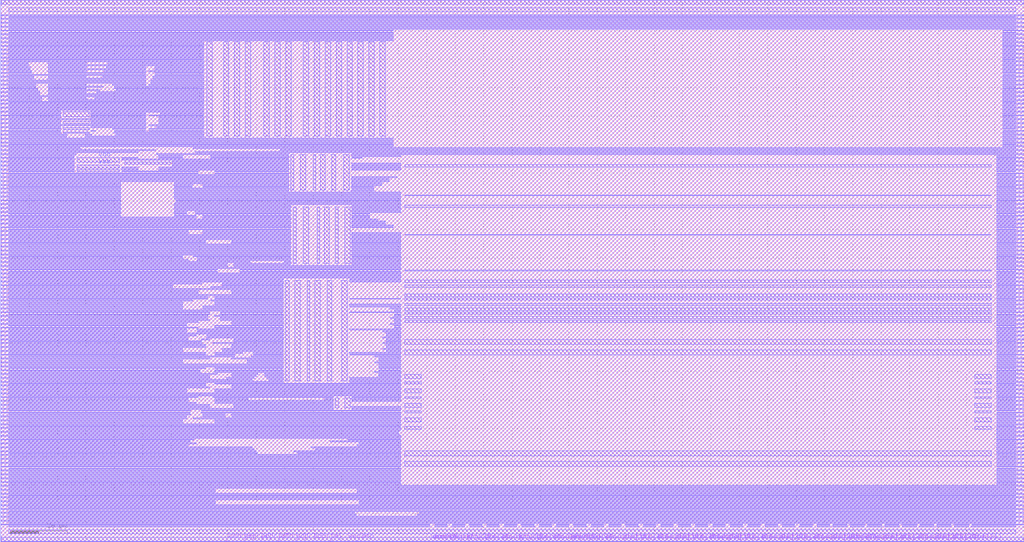
<source format=lef>
VERSION 5.8 ; 
BUSBITCHARS "[]" ; 
DIVIDERCHAR "/" ; 
MACRO sram22_64x32m4w8
    CLASS BLOCK  ;
    FOREIGN sram22_64x32m4w8   ;
    SIZE 360.320 BY 191.000 ;
    SYMMETRY X Y R90 ;
    PIN dout[0] 
        DIRECTION OUTPUT ; 
        ANTENNADIFFAREA 0.448000 LAYER met2 ;
        ANTENNAPARTIALMETALAREA 0.950300 LAYER met1 ;
        ANTENNAPARTIALMETALAREA 7.107200 LAYER met2 ;
        PORT 
            LAYER met1 ;
                RECT 152.070 0.000 152.210 0.140 ; 
        END 
    END dout[0] 
    PIN dout[1] 
        DIRECTION OUTPUT ; 
        ANTENNADIFFAREA 0.448000 LAYER met2 ;
        ANTENNAPARTIALMETALAREA 0.950300 LAYER met1 ;
        ANTENNAPARTIALMETALAREA 7.107200 LAYER met2 ;
        PORT 
            LAYER met1 ;
                RECT 158.170 0.000 158.310 0.140 ; 
        END 
    END dout[1] 
    PIN dout[2] 
        DIRECTION OUTPUT ; 
        ANTENNADIFFAREA 0.448000 LAYER met2 ;
        ANTENNAPARTIALMETALAREA 0.950300 LAYER met1 ;
        ANTENNAPARTIALMETALAREA 7.107200 LAYER met2 ;
        PORT 
            LAYER met1 ;
                RECT 164.270 0.000 164.410 0.140 ; 
        END 
    END dout[2] 
    PIN dout[3] 
        DIRECTION OUTPUT ; 
        ANTENNADIFFAREA 0.448000 LAYER met2 ;
        ANTENNAPARTIALMETALAREA 0.950300 LAYER met1 ;
        ANTENNAPARTIALMETALAREA 7.107200 LAYER met2 ;
        PORT 
            LAYER met1 ;
                RECT 170.370 0.000 170.510 0.140 ; 
        END 
    END dout[3] 
    PIN dout[4] 
        DIRECTION OUTPUT ; 
        ANTENNADIFFAREA 0.448000 LAYER met2 ;
        ANTENNAPARTIALMETALAREA 0.950300 LAYER met1 ;
        ANTENNAPARTIALMETALAREA 7.107200 LAYER met2 ;
        PORT 
            LAYER met1 ;
                RECT 176.470 0.000 176.610 0.140 ; 
        END 
    END dout[4] 
    PIN dout[5] 
        DIRECTION OUTPUT ; 
        ANTENNADIFFAREA 0.448000 LAYER met2 ;
        ANTENNAPARTIALMETALAREA 0.950300 LAYER met1 ;
        ANTENNAPARTIALMETALAREA 7.107200 LAYER met2 ;
        PORT 
            LAYER met1 ;
                RECT 182.570 0.000 182.710 0.140 ; 
        END 
    END dout[5] 
    PIN dout[6] 
        DIRECTION OUTPUT ; 
        ANTENNADIFFAREA 0.448000 LAYER met2 ;
        ANTENNAPARTIALMETALAREA 0.950300 LAYER met1 ;
        ANTENNAPARTIALMETALAREA 7.107200 LAYER met2 ;
        PORT 
            LAYER met1 ;
                RECT 188.670 0.000 188.810 0.140 ; 
        END 
    END dout[6] 
    PIN dout[7] 
        DIRECTION OUTPUT ; 
        ANTENNADIFFAREA 0.448000 LAYER met2 ;
        ANTENNAPARTIALMETALAREA 0.950300 LAYER met1 ;
        ANTENNAPARTIALMETALAREA 7.107200 LAYER met2 ;
        PORT 
            LAYER met1 ;
                RECT 194.770 0.000 194.910 0.140 ; 
        END 
    END dout[7] 
    PIN dout[8] 
        DIRECTION OUTPUT ; 
        ANTENNADIFFAREA 0.448000 LAYER met2 ;
        ANTENNAPARTIALMETALAREA 0.950300 LAYER met1 ;
        ANTENNAPARTIALMETALAREA 7.107200 LAYER met2 ;
        PORT 
            LAYER met1 ;
                RECT 200.870 0.000 201.010 0.140 ; 
        END 
    END dout[8] 
    PIN dout[9] 
        DIRECTION OUTPUT ; 
        ANTENNADIFFAREA 0.448000 LAYER met2 ;
        ANTENNAPARTIALMETALAREA 0.950300 LAYER met1 ;
        ANTENNAPARTIALMETALAREA 7.107200 LAYER met2 ;
        PORT 
            LAYER met1 ;
                RECT 206.970 0.000 207.110 0.140 ; 
        END 
    END dout[9] 
    PIN dout[10] 
        DIRECTION OUTPUT ; 
        ANTENNADIFFAREA 0.448000 LAYER met2 ;
        ANTENNAPARTIALMETALAREA 0.950300 LAYER met1 ;
        ANTENNAPARTIALMETALAREA 7.107200 LAYER met2 ;
        PORT 
            LAYER met1 ;
                RECT 213.070 0.000 213.210 0.140 ; 
        END 
    END dout[10] 
    PIN dout[11] 
        DIRECTION OUTPUT ; 
        ANTENNADIFFAREA 0.448000 LAYER met2 ;
        ANTENNAPARTIALMETALAREA 0.950300 LAYER met1 ;
        ANTENNAPARTIALMETALAREA 7.107200 LAYER met2 ;
        PORT 
            LAYER met1 ;
                RECT 219.170 0.000 219.310 0.140 ; 
        END 
    END dout[11] 
    PIN dout[12] 
        DIRECTION OUTPUT ; 
        ANTENNADIFFAREA 0.448000 LAYER met2 ;
        ANTENNAPARTIALMETALAREA 0.950300 LAYER met1 ;
        ANTENNAPARTIALMETALAREA 7.107200 LAYER met2 ;
        PORT 
            LAYER met1 ;
                RECT 225.270 0.000 225.410 0.140 ; 
        END 
    END dout[12] 
    PIN dout[13] 
        DIRECTION OUTPUT ; 
        ANTENNADIFFAREA 0.448000 LAYER met2 ;
        ANTENNAPARTIALMETALAREA 0.950300 LAYER met1 ;
        ANTENNAPARTIALMETALAREA 7.107200 LAYER met2 ;
        PORT 
            LAYER met1 ;
                RECT 231.370 0.000 231.510 0.140 ; 
        END 
    END dout[13] 
    PIN dout[14] 
        DIRECTION OUTPUT ; 
        ANTENNADIFFAREA 0.448000 LAYER met2 ;
        ANTENNAPARTIALMETALAREA 0.950300 LAYER met1 ;
        ANTENNAPARTIALMETALAREA 7.107200 LAYER met2 ;
        PORT 
            LAYER met1 ;
                RECT 237.470 0.000 237.610 0.140 ; 
        END 
    END dout[14] 
    PIN dout[15] 
        DIRECTION OUTPUT ; 
        ANTENNADIFFAREA 0.448000 LAYER met2 ;
        ANTENNAPARTIALMETALAREA 0.950300 LAYER met1 ;
        ANTENNAPARTIALMETALAREA 7.107200 LAYER met2 ;
        PORT 
            LAYER met1 ;
                RECT 243.570 0.000 243.710 0.140 ; 
        END 
    END dout[15] 
    PIN dout[16] 
        DIRECTION OUTPUT ; 
        ANTENNADIFFAREA 0.448000 LAYER met2 ;
        ANTENNAPARTIALMETALAREA 0.950300 LAYER met1 ;
        ANTENNAPARTIALMETALAREA 7.107200 LAYER met2 ;
        PORT 
            LAYER met1 ;
                RECT 249.670 0.000 249.810 0.140 ; 
        END 
    END dout[16] 
    PIN dout[17] 
        DIRECTION OUTPUT ; 
        ANTENNADIFFAREA 0.448000 LAYER met2 ;
        ANTENNAPARTIALMETALAREA 0.950300 LAYER met1 ;
        ANTENNAPARTIALMETALAREA 7.107200 LAYER met2 ;
        PORT 
            LAYER met1 ;
                RECT 255.770 0.000 255.910 0.140 ; 
        END 
    END dout[17] 
    PIN dout[18] 
        DIRECTION OUTPUT ; 
        ANTENNADIFFAREA 0.448000 LAYER met2 ;
        ANTENNAPARTIALMETALAREA 0.950300 LAYER met1 ;
        ANTENNAPARTIALMETALAREA 7.107200 LAYER met2 ;
        PORT 
            LAYER met1 ;
                RECT 261.870 0.000 262.010 0.140 ; 
        END 
    END dout[18] 
    PIN dout[19] 
        DIRECTION OUTPUT ; 
        ANTENNADIFFAREA 0.448000 LAYER met2 ;
        ANTENNAPARTIALMETALAREA 0.950300 LAYER met1 ;
        ANTENNAPARTIALMETALAREA 7.107200 LAYER met2 ;
        PORT 
            LAYER met1 ;
                RECT 267.970 0.000 268.110 0.140 ; 
        END 
    END dout[19] 
    PIN dout[20] 
        DIRECTION OUTPUT ; 
        ANTENNADIFFAREA 0.448000 LAYER met2 ;
        ANTENNAPARTIALMETALAREA 0.950300 LAYER met1 ;
        ANTENNAPARTIALMETALAREA 7.107200 LAYER met2 ;
        PORT 
            LAYER met1 ;
                RECT 274.070 0.000 274.210 0.140 ; 
        END 
    END dout[20] 
    PIN dout[21] 
        DIRECTION OUTPUT ; 
        ANTENNADIFFAREA 0.448000 LAYER met2 ;
        ANTENNAPARTIALMETALAREA 0.950300 LAYER met1 ;
        ANTENNAPARTIALMETALAREA 7.107200 LAYER met2 ;
        PORT 
            LAYER met1 ;
                RECT 280.170 0.000 280.310 0.140 ; 
        END 
    END dout[21] 
    PIN dout[22] 
        DIRECTION OUTPUT ; 
        ANTENNADIFFAREA 0.448000 LAYER met2 ;
        ANTENNAPARTIALMETALAREA 0.950300 LAYER met1 ;
        ANTENNAPARTIALMETALAREA 7.107200 LAYER met2 ;
        PORT 
            LAYER met1 ;
                RECT 286.270 0.000 286.410 0.140 ; 
        END 
    END dout[22] 
    PIN dout[23] 
        DIRECTION OUTPUT ; 
        ANTENNADIFFAREA 0.448000 LAYER met2 ;
        ANTENNAPARTIALMETALAREA 0.950300 LAYER met1 ;
        ANTENNAPARTIALMETALAREA 7.107200 LAYER met2 ;
        PORT 
            LAYER met1 ;
                RECT 292.370 0.000 292.510 0.140 ; 
        END 
    END dout[23] 
    PIN dout[24] 
        DIRECTION OUTPUT ; 
        ANTENNADIFFAREA 0.448000 LAYER met2 ;
        ANTENNAPARTIALMETALAREA 0.950300 LAYER met1 ;
        ANTENNAPARTIALMETALAREA 7.107200 LAYER met2 ;
        PORT 
            LAYER met1 ;
                RECT 298.470 0.000 298.610 0.140 ; 
        END 
    END dout[24] 
    PIN dout[25] 
        DIRECTION OUTPUT ; 
        ANTENNADIFFAREA 0.448000 LAYER met2 ;
        ANTENNAPARTIALMETALAREA 0.950300 LAYER met1 ;
        ANTENNAPARTIALMETALAREA 7.107200 LAYER met2 ;
        PORT 
            LAYER met1 ;
                RECT 304.570 0.000 304.710 0.140 ; 
        END 
    END dout[25] 
    PIN dout[26] 
        DIRECTION OUTPUT ; 
        ANTENNADIFFAREA 0.448000 LAYER met2 ;
        ANTENNAPARTIALMETALAREA 0.950300 LAYER met1 ;
        ANTENNAPARTIALMETALAREA 7.107200 LAYER met2 ;
        PORT 
            LAYER met1 ;
                RECT 310.670 0.000 310.810 0.140 ; 
        END 
    END dout[26] 
    PIN dout[27] 
        DIRECTION OUTPUT ; 
        ANTENNADIFFAREA 0.448000 LAYER met2 ;
        ANTENNAPARTIALMETALAREA 0.950300 LAYER met1 ;
        ANTENNAPARTIALMETALAREA 7.107200 LAYER met2 ;
        PORT 
            LAYER met1 ;
                RECT 316.770 0.000 316.910 0.140 ; 
        END 
    END dout[27] 
    PIN dout[28] 
        DIRECTION OUTPUT ; 
        ANTENNADIFFAREA 0.448000 LAYER met2 ;
        ANTENNAPARTIALMETALAREA 0.950300 LAYER met1 ;
        ANTENNAPARTIALMETALAREA 7.107200 LAYER met2 ;
        PORT 
            LAYER met1 ;
                RECT 322.870 0.000 323.010 0.140 ; 
        END 
    END dout[28] 
    PIN dout[29] 
        DIRECTION OUTPUT ; 
        ANTENNADIFFAREA 0.448000 LAYER met2 ;
        ANTENNAPARTIALMETALAREA 0.950300 LAYER met1 ;
        ANTENNAPARTIALMETALAREA 7.107200 LAYER met2 ;
        PORT 
            LAYER met1 ;
                RECT 328.970 0.000 329.110 0.140 ; 
        END 
    END dout[29] 
    PIN dout[30] 
        DIRECTION OUTPUT ; 
        ANTENNADIFFAREA 0.448000 LAYER met2 ;
        ANTENNAPARTIALMETALAREA 0.950300 LAYER met1 ;
        ANTENNAPARTIALMETALAREA 7.107200 LAYER met2 ;
        PORT 
            LAYER met1 ;
                RECT 335.070 0.000 335.210 0.140 ; 
        END 
    END dout[30] 
    PIN dout[31] 
        DIRECTION OUTPUT ; 
        ANTENNADIFFAREA 0.448000 LAYER met2 ;
        ANTENNAPARTIALMETALAREA 0.950300 LAYER met1 ;
        ANTENNAPARTIALMETALAREA 7.107200 LAYER met2 ;
        PORT 
            LAYER met1 ;
                RECT 341.170 0.000 341.310 0.140 ; 
        END 
    END dout[31] 
    PIN din[0] 
        DIRECTION INPUT ; 
        ANTENNAGATEAREA 0.126000 LAYER met2 ;
        ANTENNAPARTIALMETALAREA 5.238500 LAYER met1 ;
        ANTENNAPARTIALMETALAREA 6.828800 LAYER met2 ;
        PORT 
            LAYER met1 ;
                RECT 151.650 0.000 151.790 0.140 ; 
        END 
    END din[0] 
    PIN din[1] 
        DIRECTION INPUT ; 
        ANTENNAGATEAREA 0.126000 LAYER met2 ;
        ANTENNAPARTIALMETALAREA 5.238500 LAYER met1 ;
        ANTENNAPARTIALMETALAREA 6.828800 LAYER met2 ;
        PORT 
            LAYER met1 ;
                RECT 157.750 0.000 157.890 0.140 ; 
        END 
    END din[1] 
    PIN din[2] 
        DIRECTION INPUT ; 
        ANTENNAGATEAREA 0.126000 LAYER met2 ;
        ANTENNAPARTIALMETALAREA 5.238500 LAYER met1 ;
        ANTENNAPARTIALMETALAREA 6.828800 LAYER met2 ;
        PORT 
            LAYER met1 ;
                RECT 163.850 0.000 163.990 0.140 ; 
        END 
    END din[2] 
    PIN din[3] 
        DIRECTION INPUT ; 
        ANTENNAGATEAREA 0.126000 LAYER met2 ;
        ANTENNAPARTIALMETALAREA 5.238500 LAYER met1 ;
        ANTENNAPARTIALMETALAREA 6.828800 LAYER met2 ;
        PORT 
            LAYER met1 ;
                RECT 169.950 0.000 170.090 0.140 ; 
        END 
    END din[3] 
    PIN din[4] 
        DIRECTION INPUT ; 
        ANTENNAGATEAREA 0.126000 LAYER met2 ;
        ANTENNAPARTIALMETALAREA 5.238500 LAYER met1 ;
        ANTENNAPARTIALMETALAREA 6.828800 LAYER met2 ;
        PORT 
            LAYER met1 ;
                RECT 176.050 0.000 176.190 0.140 ; 
        END 
    END din[4] 
    PIN din[5] 
        DIRECTION INPUT ; 
        ANTENNAGATEAREA 0.126000 LAYER met2 ;
        ANTENNAPARTIALMETALAREA 5.238500 LAYER met1 ;
        ANTENNAPARTIALMETALAREA 6.828800 LAYER met2 ;
        PORT 
            LAYER met1 ;
                RECT 182.150 0.000 182.290 0.140 ; 
        END 
    END din[5] 
    PIN din[6] 
        DIRECTION INPUT ; 
        ANTENNAGATEAREA 0.126000 LAYER met2 ;
        ANTENNAPARTIALMETALAREA 5.238500 LAYER met1 ;
        ANTENNAPARTIALMETALAREA 6.828800 LAYER met2 ;
        PORT 
            LAYER met1 ;
                RECT 188.250 0.000 188.390 0.140 ; 
        END 
    END din[6] 
    PIN din[7] 
        DIRECTION INPUT ; 
        ANTENNAGATEAREA 0.126000 LAYER met2 ;
        ANTENNAPARTIALMETALAREA 5.238500 LAYER met1 ;
        ANTENNAPARTIALMETALAREA 6.828800 LAYER met2 ;
        PORT 
            LAYER met1 ;
                RECT 194.350 0.000 194.490 0.140 ; 
        END 
    END din[7] 
    PIN din[8] 
        DIRECTION INPUT ; 
        ANTENNAGATEAREA 0.126000 LAYER met2 ;
        ANTENNAPARTIALMETALAREA 5.238500 LAYER met1 ;
        ANTENNAPARTIALMETALAREA 6.828800 LAYER met2 ;
        PORT 
            LAYER met1 ;
                RECT 200.450 0.000 200.590 0.140 ; 
        END 
    END din[8] 
    PIN din[9] 
        DIRECTION INPUT ; 
        ANTENNAGATEAREA 0.126000 LAYER met2 ;
        ANTENNAPARTIALMETALAREA 5.238500 LAYER met1 ;
        ANTENNAPARTIALMETALAREA 6.828800 LAYER met2 ;
        PORT 
            LAYER met1 ;
                RECT 206.550 0.000 206.690 0.140 ; 
        END 
    END din[9] 
    PIN din[10] 
        DIRECTION INPUT ; 
        ANTENNAGATEAREA 0.126000 LAYER met2 ;
        ANTENNAPARTIALMETALAREA 5.238500 LAYER met1 ;
        ANTENNAPARTIALMETALAREA 6.828800 LAYER met2 ;
        PORT 
            LAYER met1 ;
                RECT 212.650 0.000 212.790 0.140 ; 
        END 
    END din[10] 
    PIN din[11] 
        DIRECTION INPUT ; 
        ANTENNAGATEAREA 0.126000 LAYER met2 ;
        ANTENNAPARTIALMETALAREA 5.238500 LAYER met1 ;
        ANTENNAPARTIALMETALAREA 6.828800 LAYER met2 ;
        PORT 
            LAYER met1 ;
                RECT 218.750 0.000 218.890 0.140 ; 
        END 
    END din[11] 
    PIN din[12] 
        DIRECTION INPUT ; 
        ANTENNAGATEAREA 0.126000 LAYER met2 ;
        ANTENNAPARTIALMETALAREA 5.238500 LAYER met1 ;
        ANTENNAPARTIALMETALAREA 6.828800 LAYER met2 ;
        PORT 
            LAYER met1 ;
                RECT 224.850 0.000 224.990 0.140 ; 
        END 
    END din[12] 
    PIN din[13] 
        DIRECTION INPUT ; 
        ANTENNAGATEAREA 0.126000 LAYER met2 ;
        ANTENNAPARTIALMETALAREA 5.238500 LAYER met1 ;
        ANTENNAPARTIALMETALAREA 6.828800 LAYER met2 ;
        PORT 
            LAYER met1 ;
                RECT 230.950 0.000 231.090 0.140 ; 
        END 
    END din[13] 
    PIN din[14] 
        DIRECTION INPUT ; 
        ANTENNAGATEAREA 0.126000 LAYER met2 ;
        ANTENNAPARTIALMETALAREA 5.238500 LAYER met1 ;
        ANTENNAPARTIALMETALAREA 6.828800 LAYER met2 ;
        PORT 
            LAYER met1 ;
                RECT 237.050 0.000 237.190 0.140 ; 
        END 
    END din[14] 
    PIN din[15] 
        DIRECTION INPUT ; 
        ANTENNAGATEAREA 0.126000 LAYER met2 ;
        ANTENNAPARTIALMETALAREA 5.238500 LAYER met1 ;
        ANTENNAPARTIALMETALAREA 6.828800 LAYER met2 ;
        PORT 
            LAYER met1 ;
                RECT 243.150 0.000 243.290 0.140 ; 
        END 
    END din[15] 
    PIN din[16] 
        DIRECTION INPUT ; 
        ANTENNAGATEAREA 0.126000 LAYER met2 ;
        ANTENNAPARTIALMETALAREA 5.238500 LAYER met1 ;
        ANTENNAPARTIALMETALAREA 6.828800 LAYER met2 ;
        PORT 
            LAYER met1 ;
                RECT 249.250 0.000 249.390 0.140 ; 
        END 
    END din[16] 
    PIN din[17] 
        DIRECTION INPUT ; 
        ANTENNAGATEAREA 0.126000 LAYER met2 ;
        ANTENNAPARTIALMETALAREA 5.238500 LAYER met1 ;
        ANTENNAPARTIALMETALAREA 6.828800 LAYER met2 ;
        PORT 
            LAYER met1 ;
                RECT 255.350 0.000 255.490 0.140 ; 
        END 
    END din[17] 
    PIN din[18] 
        DIRECTION INPUT ; 
        ANTENNAGATEAREA 0.126000 LAYER met2 ;
        ANTENNAPARTIALMETALAREA 5.238500 LAYER met1 ;
        ANTENNAPARTIALMETALAREA 6.828800 LAYER met2 ;
        PORT 
            LAYER met1 ;
                RECT 261.450 0.000 261.590 0.140 ; 
        END 
    END din[18] 
    PIN din[19] 
        DIRECTION INPUT ; 
        ANTENNAGATEAREA 0.126000 LAYER met2 ;
        ANTENNAPARTIALMETALAREA 5.238500 LAYER met1 ;
        ANTENNAPARTIALMETALAREA 6.828800 LAYER met2 ;
        PORT 
            LAYER met1 ;
                RECT 267.550 0.000 267.690 0.140 ; 
        END 
    END din[19] 
    PIN din[20] 
        DIRECTION INPUT ; 
        ANTENNAGATEAREA 0.126000 LAYER met2 ;
        ANTENNAPARTIALMETALAREA 5.238500 LAYER met1 ;
        ANTENNAPARTIALMETALAREA 6.828800 LAYER met2 ;
        PORT 
            LAYER met1 ;
                RECT 273.650 0.000 273.790 0.140 ; 
        END 
    END din[20] 
    PIN din[21] 
        DIRECTION INPUT ; 
        ANTENNAGATEAREA 0.126000 LAYER met2 ;
        ANTENNAPARTIALMETALAREA 5.238500 LAYER met1 ;
        ANTENNAPARTIALMETALAREA 6.828800 LAYER met2 ;
        PORT 
            LAYER met1 ;
                RECT 279.750 0.000 279.890 0.140 ; 
        END 
    END din[21] 
    PIN din[22] 
        DIRECTION INPUT ; 
        ANTENNAGATEAREA 0.126000 LAYER met2 ;
        ANTENNAPARTIALMETALAREA 5.238500 LAYER met1 ;
        ANTENNAPARTIALMETALAREA 6.828800 LAYER met2 ;
        PORT 
            LAYER met1 ;
                RECT 285.850 0.000 285.990 0.140 ; 
        END 
    END din[22] 
    PIN din[23] 
        DIRECTION INPUT ; 
        ANTENNAGATEAREA 0.126000 LAYER met2 ;
        ANTENNAPARTIALMETALAREA 5.238500 LAYER met1 ;
        ANTENNAPARTIALMETALAREA 6.828800 LAYER met2 ;
        PORT 
            LAYER met1 ;
                RECT 291.950 0.000 292.090 0.140 ; 
        END 
    END din[23] 
    PIN din[24] 
        DIRECTION INPUT ; 
        ANTENNAGATEAREA 0.126000 LAYER met2 ;
        ANTENNAPARTIALMETALAREA 5.238500 LAYER met1 ;
        ANTENNAPARTIALMETALAREA 6.828800 LAYER met2 ;
        PORT 
            LAYER met1 ;
                RECT 298.050 0.000 298.190 0.140 ; 
        END 
    END din[24] 
    PIN din[25] 
        DIRECTION INPUT ; 
        ANTENNAGATEAREA 0.126000 LAYER met2 ;
        ANTENNAPARTIALMETALAREA 5.238500 LAYER met1 ;
        ANTENNAPARTIALMETALAREA 6.828800 LAYER met2 ;
        PORT 
            LAYER met1 ;
                RECT 304.150 0.000 304.290 0.140 ; 
        END 
    END din[25] 
    PIN din[26] 
        DIRECTION INPUT ; 
        ANTENNAGATEAREA 0.126000 LAYER met2 ;
        ANTENNAPARTIALMETALAREA 5.238500 LAYER met1 ;
        ANTENNAPARTIALMETALAREA 6.828800 LAYER met2 ;
        PORT 
            LAYER met1 ;
                RECT 310.250 0.000 310.390 0.140 ; 
        END 
    END din[26] 
    PIN din[27] 
        DIRECTION INPUT ; 
        ANTENNAGATEAREA 0.126000 LAYER met2 ;
        ANTENNAPARTIALMETALAREA 5.238500 LAYER met1 ;
        ANTENNAPARTIALMETALAREA 6.828800 LAYER met2 ;
        PORT 
            LAYER met1 ;
                RECT 316.350 0.000 316.490 0.140 ; 
        END 
    END din[27] 
    PIN din[28] 
        DIRECTION INPUT ; 
        ANTENNAGATEAREA 0.126000 LAYER met2 ;
        ANTENNAPARTIALMETALAREA 5.238500 LAYER met1 ;
        ANTENNAPARTIALMETALAREA 6.828800 LAYER met2 ;
        PORT 
            LAYER met1 ;
                RECT 322.450 0.000 322.590 0.140 ; 
        END 
    END din[28] 
    PIN din[29] 
        DIRECTION INPUT ; 
        ANTENNAGATEAREA 0.126000 LAYER met2 ;
        ANTENNAPARTIALMETALAREA 5.238500 LAYER met1 ;
        ANTENNAPARTIALMETALAREA 6.828800 LAYER met2 ;
        PORT 
            LAYER met1 ;
                RECT 328.550 0.000 328.690 0.140 ; 
        END 
    END din[29] 
    PIN din[30] 
        DIRECTION INPUT ; 
        ANTENNAGATEAREA 0.126000 LAYER met2 ;
        ANTENNAPARTIALMETALAREA 5.238500 LAYER met1 ;
        ANTENNAPARTIALMETALAREA 6.828800 LAYER met2 ;
        PORT 
            LAYER met1 ;
                RECT 334.650 0.000 334.790 0.140 ; 
        END 
    END din[30] 
    PIN din[31] 
        DIRECTION INPUT ; 
        ANTENNAGATEAREA 0.126000 LAYER met2 ;
        ANTENNAPARTIALMETALAREA 5.238500 LAYER met1 ;
        ANTENNAPARTIALMETALAREA 6.828800 LAYER met2 ;
        PORT 
            LAYER met1 ;
                RECT 340.750 0.000 340.890 0.140 ; 
        END 
    END din[31] 
    PIN wmask[0] 
        DIRECTION INPUT ; 
        ANTENNAGATEAREA 0.126000 LAYER met2 ;
        ANTENNAPARTIALMETALAREA 3.048900 LAYER met1 ;
        ANTENNAPARTIALMETALAREA 0.278400 LAYER met2 ;
        PORT 
            LAYER met1 ;
                RECT 151.300 0.000 151.440 0.140 ; 
        END 
    END wmask[0] 
    PIN wmask[1] 
        DIRECTION INPUT ; 
        ANTENNAGATEAREA 0.126000 LAYER met2 ;
        ANTENNAPARTIALMETALAREA 3.048900 LAYER met1 ;
        ANTENNAPARTIALMETALAREA 0.278400 LAYER met2 ;
        PORT 
            LAYER met1 ;
                RECT 200.100 0.000 200.240 0.140 ; 
        END 
    END wmask[1] 
    PIN wmask[2] 
        DIRECTION INPUT ; 
        ANTENNAGATEAREA 0.126000 LAYER met2 ;
        ANTENNAPARTIALMETALAREA 3.048900 LAYER met1 ;
        ANTENNAPARTIALMETALAREA 0.278400 LAYER met2 ;
        PORT 
            LAYER met1 ;
                RECT 248.900 0.000 249.040 0.140 ; 
        END 
    END wmask[2] 
    PIN wmask[3] 
        DIRECTION INPUT ; 
        ANTENNAGATEAREA 0.126000 LAYER met2 ;
        ANTENNAPARTIALMETALAREA 3.048900 LAYER met1 ;
        ANTENNAPARTIALMETALAREA 0.278400 LAYER met2 ;
        PORT 
            LAYER met1 ;
                RECT 297.700 0.000 297.840 0.140 ; 
        END 
    END wmask[3] 
    PIN addr[0] 
        DIRECTION INPUT ; 
        ANTENNAGATEAREA 0.126000 LAYER met1 ;
        ANTENNAPARTIALMETALAREA 3.880700 LAYER met1 ;
        PORT 
            LAYER met1 ;
                RECT 109.960 0.000 110.280 0.320 ; 
        END 
    END addr[0] 
    PIN addr[1] 
        DIRECTION INPUT ; 
        ANTENNAGATEAREA 0.126000 LAYER met1 ;
        ANTENNAPARTIALMETALAREA 3.880700 LAYER met1 ;
        PORT 
            LAYER met1 ;
                RECT 103.840 0.000 104.160 0.320 ; 
        END 
    END addr[1] 
    PIN addr[2] 
        DIRECTION INPUT ; 
        ANTENNAGATEAREA 0.126000 LAYER met1 ;
        ANTENNAPARTIALMETALAREA 3.880700 LAYER met1 ;
        PORT 
            LAYER met1 ;
                RECT 97.720 0.000 98.040 0.320 ; 
        END 
    END addr[2] 
    PIN addr[3] 
        DIRECTION INPUT ; 
        ANTENNAGATEAREA 0.126000 LAYER met1 ;
        ANTENNAPARTIALMETALAREA 3.880700 LAYER met1 ;
        PORT 
            LAYER met1 ;
                RECT 91.600 0.000 91.920 0.320 ; 
        END 
    END addr[3] 
    PIN addr[4] 
        DIRECTION INPUT ; 
        ANTENNAGATEAREA 0.126000 LAYER met1 ;
        ANTENNAPARTIALMETALAREA 3.880700 LAYER met1 ;
        PORT 
            LAYER met1 ;
                RECT 85.480 0.000 85.800 0.320 ; 
        END 
    END addr[4] 
    PIN addr[5] 
        DIRECTION INPUT ; 
        ANTENNAGATEAREA 0.126000 LAYER met1 ;
        ANTENNAPARTIALMETALAREA 3.880700 LAYER met1 ;
        PORT 
            LAYER met1 ;
                RECT 79.360 0.000 79.680 0.320 ; 
        END 
    END addr[5] 
    PIN we 
        DIRECTION INPUT ; 
        ANTENNAGATEAREA 0.126000 LAYER met1 ;
        ANTENNAPARTIALMETALAREA 3.880700 LAYER met1 ;
        PORT 
            LAYER met1 ;
                RECT 122.200 0.000 122.520 0.320 ; 
        END 
    END we 
    PIN ce 
        DIRECTION INPUT ; 
        ANTENNAGATEAREA 0.126000 LAYER met1 ;
        ANTENNAPARTIALMETALAREA 3.880700 LAYER met1 ;
        PORT 
            LAYER met1 ;
                RECT 116.080 0.000 116.400 0.320 ; 
        END 
    END ce 
    PIN clk 
        DIRECTION INPUT ; 
        ANTENNAGATEAREA 21.762000 LAYER met2 ;
        PORT 
            LAYER met1 ;
                RECT 124.920 0.000 125.240 0.320 ; 
        END 
    END clk 
    PIN rstb 
        DIRECTION INPUT ; 
        ANTENNAGATEAREA 25.668000 LAYER met2 ;
        PORT 
            LAYER met1 ;
                RECT 125.600 0.000 125.920 0.320 ; 
        END 
    END rstb 
    PIN vdd 
        DIRECTION INOUT ; 
        USE POWER ; 
        PORT 
            LAYER met2 ;
                RECT 0.160 5.920 151.080 6.240 ; 
                RECT 152.800 5.920 157.200 6.240 ; 
                RECT 158.920 5.920 163.320 6.240 ; 
                RECT 165.040 5.920 169.440 6.240 ; 
                RECT 171.160 5.920 175.560 6.240 ; 
                RECT 177.280 5.920 181.680 6.240 ; 
                RECT 183.400 5.920 187.800 6.240 ; 
                RECT 189.520 5.920 193.920 6.240 ; 
                RECT 195.640 5.920 200.040 6.240 ; 
                RECT 201.760 5.920 206.160 6.240 ; 
                RECT 207.880 5.920 212.280 6.240 ; 
                RECT 214.000 5.920 218.400 6.240 ; 
                RECT 220.120 5.920 224.520 6.240 ; 
                RECT 226.240 5.920 230.640 6.240 ; 
                RECT 232.360 5.920 236.760 6.240 ; 
                RECT 238.480 5.920 242.880 6.240 ; 
                RECT 244.600 5.920 249.000 6.240 ; 
                RECT 250.720 5.920 255.120 6.240 ; 
                RECT 256.840 5.920 261.240 6.240 ; 
                RECT 262.960 5.920 267.360 6.240 ; 
                RECT 269.080 5.920 273.480 6.240 ; 
                RECT 275.200 5.920 279.600 6.240 ; 
                RECT 281.320 5.920 285.720 6.240 ; 
                RECT 287.440 5.920 291.840 6.240 ; 
                RECT 292.880 5.920 297.960 6.240 ; 
                RECT 299.000 5.920 304.080 6.240 ; 
                RECT 305.120 5.920 310.200 6.240 ; 
                RECT 311.240 5.920 316.320 6.240 ; 
                RECT 317.360 5.920 322.440 6.240 ; 
                RECT 323.480 5.920 328.560 6.240 ; 
                RECT 329.600 5.920 334.680 6.240 ; 
                RECT 335.720 5.920 340.800 6.240 ; 
                RECT 341.840 5.920 360.160 6.240 ; 
                RECT 0.160 7.280 360.160 7.600 ; 
                RECT 0.160 8.640 360.160 8.960 ; 
                RECT 0.160 10.000 124.560 10.320 ; 
                RECT 147.360 10.000 360.160 10.320 ; 
                RECT 0.160 11.360 360.160 11.680 ; 
                RECT 0.160 12.720 360.160 13.040 ; 
                RECT 0.160 14.080 75.600 14.400 ; 
                RECT 126.280 14.080 360.160 14.400 ; 
                RECT 0.160 15.440 360.160 15.760 ; 
                RECT 0.160 16.800 360.160 17.120 ; 
                RECT 0.160 18.160 75.600 18.480 ; 
                RECT 125.600 18.160 360.160 18.480 ; 
                RECT 0.160 19.520 360.160 19.840 ; 
                RECT 0.160 20.880 140.880 21.200 ; 
                RECT 350.680 20.880 360.160 21.200 ; 
                RECT 0.160 22.240 140.880 22.560 ; 
                RECT 350.680 22.240 360.160 22.560 ; 
                RECT 0.160 23.600 140.880 23.920 ; 
                RECT 350.680 23.600 360.160 23.920 ; 
                RECT 0.160 24.960 140.880 25.280 ; 
                RECT 350.680 24.960 360.160 25.280 ; 
                RECT 0.160 26.320 140.880 26.640 ; 
                RECT 350.680 26.320 360.160 26.640 ; 
                RECT 0.160 27.680 140.880 28.000 ; 
                RECT 350.680 27.680 360.160 28.000 ; 
                RECT 0.160 29.040 140.880 29.360 ; 
                RECT 350.680 29.040 360.160 29.360 ; 
                RECT 0.160 30.400 140.880 30.720 ; 
                RECT 350.680 30.400 360.160 30.720 ; 
                RECT 0.160 31.760 89.880 32.080 ; 
                RECT 103.160 31.760 140.880 32.080 ; 
                RECT 350.680 31.760 360.160 32.080 ; 
                RECT 0.160 33.120 88.520 33.440 ; 
                RECT 109.280 33.120 140.880 33.440 ; 
                RECT 350.680 33.120 360.160 33.440 ; 
                RECT 0.160 34.480 68.800 34.800 ; 
                RECT 126.280 34.480 140.880 34.800 ; 
                RECT 350.680 34.480 360.160 34.800 ; 
                RECT 0.160 35.840 68.120 36.160 ; 
                RECT 122.200 35.840 140.880 36.160 ; 
                RECT 350.680 35.840 360.160 36.160 ; 
                RECT 0.160 37.200 140.880 37.520 ; 
                RECT 350.680 37.200 360.160 37.520 ; 
                RECT 0.160 38.560 140.200 38.880 ; 
                RECT 350.680 38.560 360.160 38.880 ; 
                RECT 0.160 39.920 140.880 40.240 ; 
                RECT 350.680 39.920 360.160 40.240 ; 
                RECT 0.160 41.280 140.880 41.600 ; 
                RECT 350.680 41.280 360.160 41.600 ; 
                RECT 0.160 42.640 64.040 42.960 ; 
                RECT 75.280 42.640 140.880 42.960 ; 
                RECT 350.680 42.640 360.160 42.960 ; 
                RECT 0.160 44.000 65.400 44.320 ; 
                RECT 71.200 44.000 79.000 44.320 ; 
                RECT 81.400 44.000 140.880 44.320 ; 
                RECT 350.680 44.000 360.160 44.320 ; 
                RECT 0.160 45.360 66.760 45.680 ; 
                RECT 70.520 45.360 140.880 45.680 ; 
                RECT 350.680 45.360 360.160 45.680 ; 
                RECT 0.160 46.720 117.080 47.040 ; 
                RECT 123.560 46.720 140.880 47.040 ; 
                RECT 350.680 46.720 360.160 47.040 ; 
                RECT 0.160 48.080 73.560 48.400 ; 
                RECT 82.080 48.080 117.080 48.400 ; 
                RECT 350.680 48.080 360.160 48.400 ; 
                RECT 0.160 49.440 66.080 49.760 ; 
                RECT 75.280 49.440 117.080 49.760 ; 
                RECT 123.560 49.440 140.880 49.760 ; 
                RECT 350.680 49.440 360.160 49.760 ; 
                RECT 0.160 50.800 69.480 51.120 ; 
                RECT 74.600 50.800 117.080 51.120 ; 
                RECT 123.560 50.800 140.880 51.120 ; 
                RECT 350.680 50.800 360.160 51.120 ; 
                RECT 0.160 52.160 140.880 52.480 ; 
                RECT 350.680 52.160 360.160 52.480 ; 
                RECT 0.160 53.520 65.400 53.840 ; 
                RECT 75.280 53.520 140.880 53.840 ; 
                RECT 350.680 53.520 360.160 53.840 ; 
                RECT 0.160 54.880 72.200 55.200 ; 
                RECT 81.400 54.880 140.880 55.200 ; 
                RECT 350.680 54.880 360.160 55.200 ; 
                RECT 0.160 56.240 99.400 56.560 ; 
                RECT 122.880 56.240 140.880 56.560 ; 
                RECT 350.680 56.240 360.160 56.560 ; 
                RECT 0.160 57.600 73.560 57.920 ; 
                RECT 79.360 57.600 89.200 57.920 ; 
                RECT 93.640 57.600 99.400 57.920 ; 
                RECT 122.880 57.600 140.880 57.920 ; 
                RECT 350.680 57.600 360.160 57.920 ; 
                RECT 0.160 58.960 76.280 59.280 ; 
                RECT 81.400 58.960 90.560 59.280 ; 
                RECT 92.960 58.960 99.400 59.280 ; 
                RECT 133.080 58.960 140.880 59.280 ; 
                RECT 350.680 58.960 360.160 59.280 ; 
                RECT 0.160 60.320 70.160 60.640 ; 
                RECT 75.280 60.320 99.400 60.640 ; 
                RECT 133.080 60.320 140.880 60.640 ; 
                RECT 350.680 60.320 360.160 60.640 ; 
                RECT 0.160 61.680 99.400 62.000 ; 
                RECT 133.080 61.680 140.880 62.000 ; 
                RECT 350.680 61.680 360.160 62.000 ; 
                RECT 0.160 63.040 64.040 63.360 ; 
                RECT 86.840 63.040 99.400 63.360 ; 
                RECT 131.720 63.040 140.880 63.360 ; 
                RECT 350.680 63.040 360.160 63.360 ; 
                RECT 0.160 64.400 73.560 64.720 ; 
                RECT 81.400 64.400 99.400 64.720 ; 
                RECT 133.080 64.400 140.880 64.720 ; 
                RECT 350.680 64.400 360.160 64.720 ; 
                RECT 0.160 65.760 72.200 66.080 ; 
                RECT 75.280 65.760 82.400 66.080 ; 
                RECT 88.880 65.760 99.400 66.080 ; 
                RECT 122.880 65.760 140.880 66.080 ; 
                RECT 350.680 65.760 360.160 66.080 ; 
                RECT 0.160 67.120 64.040 67.440 ; 
                RECT 78.000 67.120 99.400 67.440 ; 
                RECT 135.800 67.120 140.880 67.440 ; 
                RECT 350.680 67.120 360.160 67.440 ; 
                RECT 0.160 68.480 72.200 68.800 ; 
                RECT 81.400 68.480 99.400 68.800 ; 
                RECT 135.800 68.480 140.880 68.800 ; 
                RECT 350.680 68.480 360.160 68.800 ; 
                RECT 0.160 69.840 70.840 70.160 ; 
                RECT 74.600 69.840 99.400 70.160 ; 
                RECT 134.440 69.840 140.880 70.160 ; 
                RECT 350.680 69.840 360.160 70.160 ; 
                RECT 0.160 71.200 66.080 71.520 ; 
                RECT 70.520 71.200 73.560 71.520 ; 
                RECT 82.080 71.200 99.400 71.520 ; 
                RECT 135.800 71.200 140.880 71.520 ; 
                RECT 350.680 71.200 360.160 71.520 ; 
                RECT 0.160 72.560 68.800 72.880 ; 
                RECT 72.560 72.560 99.400 72.880 ; 
                RECT 135.800 72.560 140.880 72.880 ; 
                RECT 350.680 72.560 360.160 72.880 ; 
                RECT 0.160 73.920 65.400 74.240 ; 
                RECT 69.160 73.920 99.400 74.240 ; 
                RECT 134.440 73.920 140.880 74.240 ; 
                RECT 350.680 73.920 360.160 74.240 ; 
                RECT 0.160 75.280 69.480 75.600 ; 
                RECT 75.280 75.280 99.400 75.600 ; 
                RECT 138.520 75.280 140.880 75.600 ; 
                RECT 350.680 75.280 360.160 75.600 ; 
                RECT 0.160 76.640 65.400 76.960 ; 
                RECT 81.400 76.640 99.400 76.960 ; 
                RECT 137.160 76.640 140.880 76.960 ; 
                RECT 350.680 76.640 360.160 76.960 ; 
                RECT 0.160 78.000 73.560 78.320 ; 
                RECT 77.320 78.000 99.400 78.320 ; 
                RECT 138.520 78.000 140.880 78.320 ; 
                RECT 350.680 78.000 360.160 78.320 ; 
                RECT 0.160 79.360 72.880 79.680 ; 
                RECT 75.280 79.360 99.400 79.680 ; 
                RECT 138.520 79.360 140.880 79.680 ; 
                RECT 350.680 79.360 360.160 79.680 ; 
                RECT 0.160 80.720 73.560 81.040 ; 
                RECT 77.320 80.720 99.400 81.040 ; 
                RECT 122.880 80.720 140.880 81.040 ; 
                RECT 350.680 80.720 360.160 81.040 ; 
                RECT 0.160 82.080 64.040 82.400 ; 
                RECT 71.200 82.080 99.400 82.400 ; 
                RECT 137.160 82.080 140.880 82.400 ; 
                RECT 350.680 82.080 360.160 82.400 ; 
                RECT 0.160 83.440 64.040 83.760 ; 
                RECT 75.280 83.440 99.400 83.760 ; 
                RECT 122.880 83.440 140.880 83.760 ; 
                RECT 350.680 83.440 360.160 83.760 ; 
                RECT 0.160 84.800 67.440 85.120 ; 
                RECT 73.920 84.800 99.400 85.120 ; 
                RECT 350.680 84.800 360.160 85.120 ; 
                RECT 0.160 86.160 72.880 86.480 ; 
                RECT 75.280 86.160 99.400 86.480 ; 
                RECT 350.680 86.160 360.160 86.480 ; 
                RECT 0.160 87.520 69.480 87.840 ; 
                RECT 81.400 87.520 99.400 87.840 ; 
                RECT 350.680 87.520 360.160 87.840 ; 
                RECT 0.160 88.880 99.400 89.200 ; 
                RECT 350.680 88.880 360.160 89.200 ; 
                RECT 0.160 90.240 60.640 90.560 ; 
                RECT 78.000 90.240 99.400 90.560 ; 
                RECT 350.680 90.240 360.160 90.560 ; 
                RECT 0.160 91.600 99.400 91.920 ; 
                RECT 122.880 91.600 140.880 91.920 ; 
                RECT 350.680 91.600 360.160 91.920 ; 
                RECT 0.160 92.960 140.880 93.280 ; 
                RECT 350.680 92.960 360.160 93.280 ; 
                RECT 0.160 94.320 140.880 94.640 ; 
                RECT 350.680 94.320 360.160 94.640 ; 
                RECT 0.160 95.680 76.280 96.000 ; 
                RECT 84.120 95.680 140.880 96.000 ; 
                RECT 350.680 95.680 360.160 96.000 ; 
                RECT 0.160 97.040 79.680 97.360 ; 
                RECT 82.080 97.040 140.880 97.360 ; 
                RECT 350.680 97.040 360.160 97.360 ; 
                RECT 0.160 98.400 87.840 98.720 ; 
                RECT 99.760 98.400 102.120 98.720 ; 
                RECT 123.560 98.400 140.880 98.720 ; 
                RECT 350.680 98.400 360.160 98.720 ; 
                RECT 0.160 99.760 64.040 100.080 ; 
                RECT 69.160 99.760 102.120 100.080 ; 
                RECT 123.560 99.760 140.880 100.080 ; 
                RECT 350.680 99.760 360.160 100.080 ; 
                RECT 0.160 101.120 102.120 101.440 ; 
                RECT 123.560 101.120 140.880 101.440 ; 
                RECT 350.680 101.120 360.160 101.440 ; 
                RECT 0.160 102.480 102.120 102.800 ; 
                RECT 123.560 102.480 140.880 102.800 ; 
                RECT 350.680 102.480 360.160 102.800 ; 
                RECT 0.160 103.840 102.120 104.160 ; 
                RECT 123.560 103.840 140.880 104.160 ; 
                RECT 350.680 103.840 360.160 104.160 ; 
                RECT 0.160 105.200 72.200 105.520 ; 
                RECT 81.400 105.200 102.120 105.520 ; 
                RECT 123.560 105.200 140.880 105.520 ; 
                RECT 350.680 105.200 360.160 105.520 ; 
                RECT 0.160 106.560 102.120 106.880 ; 
                RECT 123.560 106.560 140.880 106.880 ; 
                RECT 350.680 106.560 360.160 106.880 ; 
                RECT 0.160 107.920 102.120 108.240 ; 
                RECT 123.560 107.920 140.880 108.240 ; 
                RECT 350.680 107.920 360.160 108.240 ; 
                RECT 0.160 109.280 66.080 109.600 ; 
                RECT 71.200 109.280 102.120 109.600 ; 
                RECT 350.680 109.280 360.160 109.600 ; 
                RECT 0.160 110.640 102.120 110.960 ; 
                RECT 123.560 110.640 138.160 110.960 ; 
                RECT 350.680 110.640 360.160 110.960 ; 
                RECT 0.160 112.000 102.120 112.320 ; 
                RECT 123.560 112.000 135.440 112.320 ; 
                RECT 350.680 112.000 360.160 112.320 ; 
                RECT 0.160 113.360 102.120 113.680 ; 
                RECT 123.560 113.360 132.720 113.680 ; 
                RECT 350.680 113.360 360.160 113.680 ; 
                RECT 0.160 114.720 42.280 115.040 ; 
                RECT 61.000 114.720 68.800 115.040 ; 
                RECT 71.200 114.720 102.120 115.040 ; 
                RECT 123.560 114.720 130.000 115.040 ; 
                RECT 350.680 114.720 360.160 115.040 ; 
                RECT 0.160 116.080 42.280 116.400 ; 
                RECT 61.000 116.080 65.400 116.400 ; 
                RECT 68.480 116.080 102.120 116.400 ; 
                RECT 123.560 116.080 140.880 116.400 ; 
                RECT 350.680 116.080 360.160 116.400 ; 
                RECT 0.160 117.440 42.280 117.760 ; 
                RECT 61.000 117.440 102.120 117.760 ; 
                RECT 123.560 117.440 140.880 117.760 ; 
                RECT 350.680 117.440 360.160 117.760 ; 
                RECT 0.160 118.800 42.280 119.120 ; 
                RECT 61.000 118.800 140.880 119.120 ; 
                RECT 350.680 118.800 360.160 119.120 ; 
                RECT 0.160 120.160 42.280 120.480 ; 
                RECT 61.680 120.160 140.880 120.480 ; 
                RECT 350.680 120.160 360.160 120.480 ; 
                RECT 0.160 121.520 42.280 121.840 ; 
                RECT 61.000 121.520 140.880 121.840 ; 
                RECT 350.680 121.520 360.160 121.840 ; 
                RECT 0.160 122.880 42.280 123.200 ; 
                RECT 61.000 122.880 140.880 123.200 ; 
                RECT 350.680 122.880 360.160 123.200 ; 
                RECT 0.160 124.240 42.280 124.560 ; 
                RECT 61.000 124.240 101.440 124.560 ; 
                RECT 123.560 124.240 131.360 124.560 ; 
                RECT 350.680 124.240 360.160 124.560 ; 
                RECT 0.160 125.600 42.280 125.920 ; 
                RECT 61.000 125.600 67.440 125.920 ; 
                RECT 71.200 125.600 101.440 125.920 ; 
                RECT 123.560 125.600 134.080 125.920 ; 
                RECT 350.680 125.600 360.160 125.920 ; 
                RECT 0.160 126.960 101.440 127.280 ; 
                RECT 123.560 126.960 136.800 127.280 ; 
                RECT 350.680 126.960 360.160 127.280 ; 
                RECT 0.160 128.320 101.440 128.640 ; 
                RECT 123.560 128.320 139.520 128.640 ; 
                RECT 350.680 128.320 360.160 128.640 ; 
                RECT 0.160 129.680 69.480 130.000 ; 
                RECT 75.280 129.680 101.440 130.000 ; 
                RECT 350.680 129.680 360.160 130.000 ; 
                RECT 0.160 131.040 25.960 131.360 ; 
                RECT 42.640 131.040 48.400 131.360 ; 
                RECT 55.560 131.040 101.440 131.360 ; 
                RECT 123.560 131.040 140.880 131.360 ; 
                RECT 350.680 131.040 360.160 131.360 ; 
                RECT 0.160 132.400 25.960 132.720 ; 
                RECT 60.320 132.400 101.440 132.720 ; 
                RECT 123.560 132.400 140.880 132.720 ; 
                RECT 350.680 132.400 360.160 132.720 ; 
                RECT 0.160 133.760 25.960 134.080 ; 
                RECT 60.320 133.760 101.440 134.080 ; 
                RECT 350.680 133.760 360.160 134.080 ; 
                RECT 0.160 135.120 25.960 135.440 ; 
                RECT 42.640 135.120 48.400 135.440 ; 
                RECT 55.560 135.120 64.040 135.440 ; 
                RECT 73.920 135.120 101.440 135.440 ; 
                RECT 123.560 135.120 127.280 135.440 ; 
                RECT 350.680 135.120 360.160 135.440 ; 
                RECT 0.160 136.480 26.640 136.800 ; 
                RECT 54.880 136.480 101.440 136.800 ; 
                RECT 123.560 136.480 360.160 136.800 ; 
                RECT 0.160 137.840 54.520 138.160 ; 
                RECT 98.400 137.840 360.160 138.160 ; 
                RECT 0.160 139.200 138.160 139.520 ; 
                RECT 352.720 139.200 360.160 139.520 ; 
                RECT 0.160 140.560 138.160 140.880 ; 
                RECT 352.720 140.560 360.160 140.880 ; 
                RECT 0.160 141.920 138.160 142.240 ; 
                RECT 352.720 141.920 360.160 142.240 ; 
                RECT 0.160 143.280 23.240 143.600 ; 
                RECT 29.720 143.280 32.080 143.600 ; 
                RECT 40.600 143.280 71.520 143.600 ; 
                RECT 352.720 143.280 360.160 143.600 ; 
                RECT 0.160 144.640 21.200 144.960 ; 
                RECT 31.760 144.640 33.440 144.960 ; 
                RECT 39.920 144.640 51.120 144.960 ; 
                RECT 52.160 144.640 71.520 144.960 ; 
                RECT 352.720 144.640 360.160 144.960 ; 
                RECT 0.160 146.000 21.200 146.320 ; 
                RECT 31.760 146.000 51.120 146.320 ; 
                RECT 54.880 146.000 71.520 146.320 ; 
                RECT 352.720 146.000 360.160 146.320 ; 
                RECT 0.160 147.360 21.200 147.680 ; 
                RECT 31.760 147.360 51.120 147.680 ; 
                RECT 55.560 147.360 71.520 147.680 ; 
                RECT 352.720 147.360 360.160 147.680 ; 
                RECT 0.160 148.720 51.120 149.040 ; 
                RECT 55.560 148.720 71.520 149.040 ; 
                RECT 352.720 148.720 360.160 149.040 ; 
                RECT 0.160 150.080 21.200 150.400 ; 
                RECT 31.760 150.080 51.120 150.400 ; 
                RECT 52.160 150.080 71.520 150.400 ; 
                RECT 352.720 150.080 360.160 150.400 ; 
                RECT 0.160 151.440 21.200 151.760 ; 
                RECT 31.760 151.440 71.520 151.760 ; 
                RECT 352.720 151.440 360.160 151.760 ; 
                RECT 0.160 152.800 71.520 153.120 ; 
                RECT 352.720 152.800 360.160 153.120 ; 
                RECT 0.160 154.160 71.520 154.480 ; 
                RECT 352.720 154.160 360.160 154.480 ; 
                RECT 0.160 155.520 14.400 155.840 ; 
                RECT 16.800 155.520 71.520 155.840 ; 
                RECT 352.720 155.520 360.160 155.840 ; 
                RECT 0.160 156.880 71.520 157.200 ; 
                RECT 352.720 156.880 360.160 157.200 ; 
                RECT 0.160 158.240 13.720 158.560 ; 
                RECT 16.800 158.240 30.040 158.560 ; 
                RECT 33.800 158.240 71.520 158.560 ; 
                RECT 352.720 158.240 360.160 158.560 ; 
                RECT 0.160 159.600 13.040 159.920 ; 
                RECT 16.800 159.600 30.040 159.920 ; 
                RECT 39.920 159.600 71.520 159.920 ; 
                RECT 352.720 159.600 360.160 159.920 ; 
                RECT 0.160 160.960 12.360 161.280 ; 
                RECT 16.800 160.960 30.040 161.280 ; 
                RECT 39.240 160.960 51.120 161.280 ; 
                RECT 52.160 160.960 71.520 161.280 ; 
                RECT 352.720 160.960 360.160 161.280 ; 
                RECT 0.160 162.320 51.120 162.640 ; 
                RECT 52.840 162.320 71.520 162.640 ; 
                RECT 352.720 162.320 360.160 162.640 ; 
                RECT 0.160 163.680 11.680 164.000 ; 
                RECT 16.800 163.680 30.040 164.000 ; 
                RECT 35.840 163.680 51.120 164.000 ; 
                RECT 53.520 163.680 71.520 164.000 ; 
                RECT 352.720 163.680 360.160 164.000 ; 
                RECT 0.160 165.040 11.000 165.360 ; 
                RECT 16.800 165.040 51.120 165.360 ; 
                RECT 54.200 165.040 71.520 165.360 ; 
                RECT 352.720 165.040 360.160 165.360 ; 
                RECT 0.160 166.400 10.320 166.720 ; 
                RECT 16.800 166.400 51.120 166.720 ; 
                RECT 54.200 166.400 71.520 166.720 ; 
                RECT 352.720 166.400 360.160 166.720 ; 
                RECT 0.160 167.760 9.640 168.080 ; 
                RECT 16.800 167.760 71.520 168.080 ; 
                RECT 352.720 167.760 360.160 168.080 ; 
                RECT 0.160 169.120 71.520 169.440 ; 
                RECT 352.720 169.120 360.160 169.440 ; 
                RECT 0.160 170.480 71.520 170.800 ; 
                RECT 352.720 170.480 360.160 170.800 ; 
                RECT 0.160 171.840 71.520 172.160 ; 
                RECT 352.720 171.840 360.160 172.160 ; 
                RECT 0.160 173.200 71.520 173.520 ; 
                RECT 352.720 173.200 360.160 173.520 ; 
                RECT 0.160 174.560 71.520 174.880 ; 
                RECT 352.720 174.560 360.160 174.880 ; 
                RECT 0.160 175.920 71.520 176.240 ; 
                RECT 352.720 175.920 360.160 176.240 ; 
                RECT 0.160 177.280 138.160 177.600 ; 
                RECT 352.720 177.280 360.160 177.600 ; 
                RECT 0.160 178.640 138.160 178.960 ; 
                RECT 352.720 178.640 360.160 178.960 ; 
                RECT 0.160 180.000 138.160 180.320 ; 
                RECT 352.720 180.000 360.160 180.320 ; 
                RECT 0.160 181.360 360.160 181.680 ; 
                RECT 0.160 182.720 360.160 183.040 ; 
                RECT 0.160 184.080 360.160 184.400 ; 
                RECT 0.160 185.440 360.160 185.760 ; 
                RECT 0.160 0.160 360.160 1.520 ; 
                RECT 0.160 189.480 360.160 190.840 ; 
                RECT 142.300 42.275 148.100 43.645 ; 
                RECT 343.000 42.275 348.800 43.645 ; 
                RECT 142.300 47.315 148.100 48.685 ; 
                RECT 343.000 47.315 348.800 48.685 ; 
                RECT 142.300 52.415 148.100 53.835 ; 
                RECT 343.000 52.415 348.800 53.835 ; 
                RECT 142.300 57.585 148.100 59.005 ; 
                RECT 343.000 57.585 348.800 59.005 ; 
                RECT 142.300 91.365 348.800 92.165 ; 
                RECT 142.300 95.445 348.800 95.735 ; 
                RECT 142.300 80.250 348.800 81.050 ; 
                RECT 142.300 77.240 348.800 78.040 ; 
                RECT 142.300 117.700 348.800 118.570 ; 
                RECT 142.300 85.140 348.800 85.940 ; 
                RECT 142.300 65.770 348.800 67.570 ; 
                RECT 142.300 132.025 348.800 132.825 ; 
                RECT 142.300 26.520 348.800 28.320 ; 
                RECT 78.435 142.995 80.355 176.175 ; 
                RECT 82.275 142.995 84.195 176.175 ; 
                RECT 86.115 142.995 88.035 176.175 ; 
                RECT 106.555 142.995 108.475 176.175 ; 
                RECT 110.395 142.995 112.315 176.175 ; 
                RECT 114.235 142.995 116.155 176.175 ; 
                RECT 118.075 142.995 119.995 176.175 ; 
                RECT 121.915 142.995 123.835 176.175 ; 
                RECT 125.755 142.995 127.675 176.175 ; 
                RECT 129.595 142.995 131.515 176.175 ; 
                RECT 133.435 142.995 135.355 176.175 ; 
                RECT 103.580 56.680 105.500 92.080 ; 
                RECT 110.555 56.680 112.475 92.080 ; 
                RECT 120.110 56.680 122.030 92.080 ; 
                RECT 105.495 123.880 107.415 136.360 ; 
                RECT 112.555 123.880 114.305 136.360 ; 
                RECT 120.735 123.880 122.655 136.360 ; 
                RECT 106.570 98.080 108.490 117.880 ; 
                RECT 113.845 98.080 115.595 117.880 ; 
                RECT 121.165 98.080 123.085 117.880 ; 
                RECT 121.185 47.100 123.105 50.680 ; 
                RECT 21.950 145.265 31.110 146.015 ; 
                RECT 21.950 149.890 31.110 151.640 ; 
                RECT 43.680 133.050 59.720 133.850 ; 
                RECT 26.880 133.760 41.720 135.450 ; 
        END 
    END vdd 
    PIN vss 
        DIRECTION INOUT ; 
        USE GROUND ; 
        PORT 
            LAYER met2 ;
                RECT 2.880 5.240 151.080 5.560 ; 
                RECT 152.800 5.240 157.200 5.560 ; 
                RECT 158.920 5.240 163.320 5.560 ; 
                RECT 165.040 5.240 169.440 5.560 ; 
                RECT 171.160 5.240 175.560 5.560 ; 
                RECT 177.280 5.240 181.680 5.560 ; 
                RECT 183.400 5.240 187.800 5.560 ; 
                RECT 189.520 5.240 193.920 5.560 ; 
                RECT 195.640 5.240 200.040 5.560 ; 
                RECT 201.760 5.240 206.160 5.560 ; 
                RECT 207.880 5.240 212.280 5.560 ; 
                RECT 214.000 5.240 218.400 5.560 ; 
                RECT 220.120 5.240 224.520 5.560 ; 
                RECT 226.240 5.240 230.640 5.560 ; 
                RECT 232.360 5.240 236.760 5.560 ; 
                RECT 238.480 5.240 242.880 5.560 ; 
                RECT 244.600 5.240 249.000 5.560 ; 
                RECT 250.720 5.240 255.120 5.560 ; 
                RECT 256.840 5.240 261.240 5.560 ; 
                RECT 262.960 5.240 267.360 5.560 ; 
                RECT 269.080 5.240 273.480 5.560 ; 
                RECT 275.200 5.240 279.600 5.560 ; 
                RECT 281.320 5.240 285.720 5.560 ; 
                RECT 287.440 5.240 291.840 5.560 ; 
                RECT 292.880 5.240 297.960 5.560 ; 
                RECT 299.000 5.240 304.080 5.560 ; 
                RECT 305.120 5.240 310.200 5.560 ; 
                RECT 311.240 5.240 316.320 5.560 ; 
                RECT 317.360 5.240 322.440 5.560 ; 
                RECT 323.480 5.240 328.560 5.560 ; 
                RECT 329.600 5.240 334.680 5.560 ; 
                RECT 335.720 5.240 340.800 5.560 ; 
                RECT 341.840 5.240 357.440 5.560 ; 
                RECT 2.880 6.600 357.440 6.920 ; 
                RECT 2.880 7.960 357.440 8.280 ; 
                RECT 2.880 9.320 125.240 9.640 ; 
                RECT 146.680 9.320 357.440 9.640 ; 
                RECT 2.880 10.680 357.440 11.000 ; 
                RECT 2.880 12.040 357.440 12.360 ; 
                RECT 2.880 13.400 75.600 13.720 ; 
                RECT 126.280 13.400 357.440 13.720 ; 
                RECT 2.880 14.760 357.440 15.080 ; 
                RECT 2.880 16.120 357.440 16.440 ; 
                RECT 2.880 17.480 75.600 17.800 ; 
                RECT 125.600 17.480 357.440 17.800 ; 
                RECT 2.880 18.840 357.440 19.160 ; 
                RECT 2.880 20.200 140.880 20.520 ; 
                RECT 350.680 20.200 357.440 20.520 ; 
                RECT 2.880 21.560 140.880 21.880 ; 
                RECT 350.680 21.560 357.440 21.880 ; 
                RECT 2.880 22.920 140.880 23.240 ; 
                RECT 350.680 22.920 357.440 23.240 ; 
                RECT 2.880 24.280 140.880 24.600 ; 
                RECT 350.680 24.280 357.440 24.600 ; 
                RECT 2.880 25.640 140.880 25.960 ; 
                RECT 350.680 25.640 357.440 25.960 ; 
                RECT 2.880 27.000 140.880 27.320 ; 
                RECT 350.680 27.000 357.440 27.320 ; 
                RECT 2.880 28.360 140.880 28.680 ; 
                RECT 350.680 28.360 357.440 28.680 ; 
                RECT 2.880 29.720 140.880 30.040 ; 
                RECT 350.680 29.720 357.440 30.040 ; 
                RECT 2.880 31.080 90.560 31.400 ; 
                RECT 104.520 31.080 140.880 31.400 ; 
                RECT 350.680 31.080 357.440 31.400 ; 
                RECT 2.880 32.440 89.200 32.760 ; 
                RECT 110.640 32.440 140.880 32.760 ; 
                RECT 350.680 32.440 357.440 32.760 ; 
                RECT 2.880 33.800 66.080 34.120 ; 
                RECT 125.600 33.800 140.880 34.120 ; 
                RECT 350.680 33.800 357.440 34.120 ; 
                RECT 2.880 35.160 66.760 35.480 ; 
                RECT 116.080 35.160 140.880 35.480 ; 
                RECT 350.680 35.160 357.440 35.480 ; 
                RECT 2.880 36.520 140.880 36.840 ; 
                RECT 350.680 36.520 357.440 36.840 ; 
                RECT 2.880 37.880 140.200 38.200 ; 
                RECT 350.680 37.880 357.440 38.200 ; 
                RECT 2.880 39.240 140.880 39.560 ; 
                RECT 350.680 39.240 357.440 39.560 ; 
                RECT 2.880 40.600 140.880 40.920 ; 
                RECT 350.680 40.600 357.440 40.920 ; 
                RECT 2.880 41.960 64.040 42.280 ; 
                RECT 75.280 41.960 140.880 42.280 ; 
                RECT 350.680 41.960 357.440 42.280 ; 
                RECT 2.880 43.320 65.400 43.640 ; 
                RECT 67.800 43.320 140.880 43.640 ; 
                RECT 350.680 43.320 357.440 43.640 ; 
                RECT 2.880 44.680 66.760 45.000 ; 
                RECT 71.200 44.680 79.000 45.000 ; 
                RECT 81.400 44.680 140.880 45.000 ; 
                RECT 350.680 44.680 357.440 45.000 ; 
                RECT 2.880 46.040 66.760 46.360 ; 
                RECT 70.520 46.040 140.880 46.360 ; 
                RECT 350.680 46.040 357.440 46.360 ; 
                RECT 2.880 47.400 73.560 47.720 ; 
                RECT 82.080 47.400 117.080 47.720 ; 
                RECT 123.560 47.400 140.880 47.720 ; 
                RECT 350.680 47.400 357.440 47.720 ; 
                RECT 2.880 48.760 68.800 49.080 ; 
                RECT 75.280 48.760 117.080 49.080 ; 
                RECT 350.680 48.760 357.440 49.080 ; 
                RECT 2.880 50.120 66.080 50.440 ; 
                RECT 75.280 50.120 87.160 50.440 ; 
                RECT 114.040 50.120 117.080 50.440 ; 
                RECT 123.560 50.120 140.880 50.440 ; 
                RECT 350.680 50.120 357.440 50.440 ; 
                RECT 2.880 51.480 140.880 51.800 ; 
                RECT 350.680 51.480 357.440 51.800 ; 
                RECT 2.880 52.840 65.400 53.160 ; 
                RECT 75.280 52.840 140.880 53.160 ; 
                RECT 350.680 52.840 357.440 53.160 ; 
                RECT 2.880 54.200 73.560 54.520 ; 
                RECT 81.400 54.200 140.880 54.520 ; 
                RECT 350.680 54.200 357.440 54.520 ; 
                RECT 2.880 55.560 72.200 55.880 ; 
                RECT 75.280 55.560 140.880 55.880 ; 
                RECT 350.680 55.560 357.440 55.880 ; 
                RECT 2.880 56.920 88.520 57.240 ; 
                RECT 94.320 56.920 99.400 57.240 ; 
                RECT 122.880 56.920 140.880 57.240 ; 
                RECT 350.680 56.920 357.440 57.240 ; 
                RECT 2.880 58.280 73.560 58.600 ; 
                RECT 81.400 58.280 89.880 58.600 ; 
                RECT 92.960 58.280 99.400 58.600 ; 
                RECT 133.080 58.280 140.880 58.600 ; 
                RECT 350.680 58.280 357.440 58.600 ; 
                RECT 2.880 59.640 70.160 59.960 ; 
                RECT 75.280 59.640 99.400 59.960 ; 
                RECT 131.720 59.640 140.880 59.960 ; 
                RECT 350.680 59.640 357.440 59.960 ; 
                RECT 2.880 61.000 72.200 61.320 ; 
                RECT 75.280 61.000 99.400 61.320 ; 
                RECT 133.080 61.000 140.880 61.320 ; 
                RECT 350.680 61.000 357.440 61.320 ; 
                RECT 2.880 62.360 99.400 62.680 ; 
                RECT 133.080 62.360 140.880 62.680 ; 
                RECT 350.680 62.360 357.440 62.680 ; 
                RECT 2.880 63.720 64.040 64.040 ; 
                RECT 86.840 63.720 99.400 64.040 ; 
                RECT 133.080 63.720 140.880 64.040 ; 
                RECT 350.680 63.720 357.440 64.040 ; 
                RECT 2.880 65.080 82.400 65.400 ; 
                RECT 88.200 65.080 99.400 65.400 ; 
                RECT 131.720 65.080 140.880 65.400 ; 
                RECT 350.680 65.080 357.440 65.400 ; 
                RECT 2.880 66.440 72.200 66.760 ; 
                RECT 75.280 66.440 85.120 66.760 ; 
                RECT 88.880 66.440 99.400 66.760 ; 
                RECT 122.880 66.440 140.880 66.760 ; 
                RECT 350.680 66.440 357.440 66.760 ; 
                RECT 2.880 67.800 64.040 68.120 ; 
                RECT 78.000 67.800 99.400 68.120 ; 
                RECT 134.440 67.800 140.880 68.120 ; 
                RECT 350.680 67.800 357.440 68.120 ; 
                RECT 2.880 69.160 72.200 69.480 ; 
                RECT 81.400 69.160 99.400 69.480 ; 
                RECT 135.800 69.160 140.880 69.480 ; 
                RECT 350.680 69.160 357.440 69.480 ; 
                RECT 2.880 70.520 70.840 70.840 ; 
                RECT 82.080 70.520 99.400 70.840 ; 
                RECT 135.800 70.520 140.880 70.840 ; 
                RECT 350.680 70.520 357.440 70.840 ; 
                RECT 2.880 71.880 66.080 72.200 ; 
                RECT 72.560 71.880 99.400 72.200 ; 
                RECT 134.440 71.880 140.880 72.200 ; 
                RECT 350.680 71.880 357.440 72.200 ; 
                RECT 2.880 73.240 99.400 73.560 ; 
                RECT 135.800 73.240 140.880 73.560 ; 
                RECT 350.680 73.240 357.440 73.560 ; 
                RECT 2.880 74.600 65.400 74.920 ; 
                RECT 69.160 74.600 99.400 74.920 ; 
                RECT 122.880 74.600 140.880 74.920 ; 
                RECT 350.680 74.600 357.440 74.920 ; 
                RECT 2.880 75.960 65.400 76.280 ; 
                RECT 75.280 75.960 99.400 76.280 ; 
                RECT 138.520 75.960 140.880 76.280 ; 
                RECT 350.680 75.960 357.440 76.280 ; 
                RECT 2.880 77.320 69.480 77.640 ; 
                RECT 81.400 77.320 99.400 77.640 ; 
                RECT 138.520 77.320 140.880 77.640 ; 
                RECT 350.680 77.320 357.440 77.640 ; 
                RECT 2.880 78.680 72.880 79.000 ; 
                RECT 77.320 78.680 99.400 79.000 ; 
                RECT 137.160 78.680 140.880 79.000 ; 
                RECT 350.680 78.680 357.440 79.000 ; 
                RECT 2.880 80.040 73.560 80.360 ; 
                RECT 77.320 80.040 99.400 80.360 ; 
                RECT 138.520 80.040 140.880 80.360 ; 
                RECT 350.680 80.040 357.440 80.360 ; 
                RECT 2.880 81.400 99.400 81.720 ; 
                RECT 138.520 81.400 140.880 81.720 ; 
                RECT 350.680 81.400 357.440 81.720 ; 
                RECT 2.880 82.760 64.040 83.080 ; 
                RECT 71.200 82.760 99.400 83.080 ; 
                RECT 122.880 82.760 140.880 83.080 ; 
                RECT 350.680 82.760 357.440 83.080 ; 
                RECT 2.880 84.120 64.040 84.440 ; 
                RECT 75.280 84.120 99.400 84.440 ; 
                RECT 350.680 84.120 357.440 84.440 ; 
                RECT 2.880 85.480 72.880 85.800 ; 
                RECT 75.280 85.480 99.400 85.800 ; 
                RECT 122.880 85.480 140.880 85.800 ; 
                RECT 350.680 85.480 357.440 85.800 ; 
                RECT 2.880 86.840 99.400 87.160 ; 
                RECT 350.680 86.840 357.440 87.160 ; 
                RECT 2.880 88.200 69.480 88.520 ; 
                RECT 81.400 88.200 99.400 88.520 ; 
                RECT 350.680 88.200 357.440 88.520 ; 
                RECT 2.880 89.560 60.640 89.880 ; 
                RECT 73.920 89.560 99.400 89.880 ; 
                RECT 350.680 89.560 357.440 89.880 ; 
                RECT 2.880 90.920 70.840 91.240 ; 
                RECT 78.000 90.920 99.400 91.240 ; 
                RECT 350.680 90.920 357.440 91.240 ; 
                RECT 2.880 92.280 99.400 92.600 ; 
                RECT 122.880 92.280 140.880 92.600 ; 
                RECT 350.680 92.280 357.440 92.600 ; 
                RECT 2.880 93.640 140.880 93.960 ; 
                RECT 350.680 93.640 357.440 93.960 ; 
                RECT 2.880 95.000 76.280 95.320 ; 
                RECT 84.120 95.000 140.880 95.320 ; 
                RECT 350.680 95.000 357.440 95.320 ; 
                RECT 2.880 96.360 140.880 96.680 ; 
                RECT 350.680 96.360 357.440 96.680 ; 
                RECT 2.880 97.720 79.680 98.040 ; 
                RECT 82.080 97.720 102.120 98.040 ; 
                RECT 123.560 97.720 140.880 98.040 ; 
                RECT 350.680 97.720 357.440 98.040 ; 
                RECT 2.880 99.080 66.080 99.400 ; 
                RECT 69.160 99.080 102.120 99.400 ; 
                RECT 123.560 99.080 140.880 99.400 ; 
                RECT 350.680 99.080 357.440 99.400 ; 
                RECT 2.880 100.440 64.040 100.760 ; 
                RECT 67.800 100.440 102.120 100.760 ; 
                RECT 123.560 100.440 140.880 100.760 ; 
                RECT 350.680 100.440 357.440 100.760 ; 
                RECT 2.880 101.800 102.120 102.120 ; 
                RECT 123.560 101.800 140.880 102.120 ; 
                RECT 350.680 101.800 357.440 102.120 ; 
                RECT 2.880 103.160 102.120 103.480 ; 
                RECT 123.560 103.160 140.880 103.480 ; 
                RECT 350.680 103.160 357.440 103.480 ; 
                RECT 2.880 104.520 102.120 104.840 ; 
                RECT 123.560 104.520 140.880 104.840 ; 
                RECT 350.680 104.520 357.440 104.840 ; 
                RECT 2.880 105.880 72.200 106.200 ; 
                RECT 81.400 105.880 102.120 106.200 ; 
                RECT 123.560 105.880 140.880 106.200 ; 
                RECT 350.680 105.880 357.440 106.200 ; 
                RECT 2.880 107.240 102.120 107.560 ; 
                RECT 123.560 107.240 140.880 107.560 ; 
                RECT 350.680 107.240 357.440 107.560 ; 
                RECT 2.880 108.600 66.080 108.920 ; 
                RECT 71.200 108.600 102.120 108.920 ; 
                RECT 123.560 108.600 140.880 108.920 ; 
                RECT 350.680 108.600 357.440 108.920 ; 
                RECT 2.880 109.960 102.120 110.280 ; 
                RECT 350.680 109.960 357.440 110.280 ; 
                RECT 2.880 111.320 102.120 111.640 ; 
                RECT 123.560 111.320 138.160 111.640 ; 
                RECT 350.680 111.320 357.440 111.640 ; 
                RECT 2.880 112.680 102.120 113.000 ; 
                RECT 123.560 112.680 135.440 113.000 ; 
                RECT 350.680 112.680 357.440 113.000 ; 
                RECT 2.880 114.040 68.800 114.360 ; 
                RECT 71.200 114.040 102.120 114.360 ; 
                RECT 123.560 114.040 130.000 114.360 ; 
                RECT 350.680 114.040 357.440 114.360 ; 
                RECT 2.880 115.400 42.280 115.720 ; 
                RECT 61.000 115.400 65.400 115.720 ; 
                RECT 68.480 115.400 102.120 115.720 ; 
                RECT 123.560 115.400 130.000 115.720 ; 
                RECT 350.680 115.400 357.440 115.720 ; 
                RECT 2.880 116.760 42.280 117.080 ; 
                RECT 61.000 116.760 102.120 117.080 ; 
                RECT 123.560 116.760 140.880 117.080 ; 
                RECT 350.680 116.760 357.440 117.080 ; 
                RECT 2.880 118.120 42.280 118.440 ; 
                RECT 61.000 118.120 102.120 118.440 ; 
                RECT 123.560 118.120 140.880 118.440 ; 
                RECT 350.680 118.120 357.440 118.440 ; 
                RECT 2.880 119.480 42.280 119.800 ; 
                RECT 61.680 119.480 140.880 119.800 ; 
                RECT 350.680 119.480 357.440 119.800 ; 
                RECT 2.880 120.840 42.280 121.160 ; 
                RECT 61.000 120.840 140.880 121.160 ; 
                RECT 350.680 120.840 357.440 121.160 ; 
                RECT 2.880 122.200 42.280 122.520 ; 
                RECT 61.000 122.200 140.880 122.520 ; 
                RECT 350.680 122.200 357.440 122.520 ; 
                RECT 2.880 123.560 42.280 123.880 ; 
                RECT 61.000 123.560 101.440 123.880 ; 
                RECT 123.560 123.560 131.360 123.880 ; 
                RECT 350.680 123.560 357.440 123.880 ; 
                RECT 2.880 124.920 42.280 125.240 ; 
                RECT 61.000 124.920 67.440 125.240 ; 
                RECT 71.200 124.920 101.440 125.240 ; 
                RECT 123.560 124.920 131.360 125.240 ; 
                RECT 350.680 124.920 357.440 125.240 ; 
                RECT 2.880 126.280 42.280 126.600 ; 
                RECT 61.000 126.280 101.440 126.600 ; 
                RECT 123.560 126.280 134.080 126.600 ; 
                RECT 350.680 126.280 357.440 126.600 ; 
                RECT 2.880 127.640 101.440 127.960 ; 
                RECT 123.560 127.640 136.800 127.960 ; 
                RECT 350.680 127.640 357.440 127.960 ; 
                RECT 2.880 129.000 101.440 129.320 ; 
                RECT 350.680 129.000 357.440 129.320 ; 
                RECT 2.880 130.360 25.960 130.680 ; 
                RECT 42.640 130.360 69.480 130.680 ; 
                RECT 75.280 130.360 101.440 130.680 ; 
                RECT 350.680 130.360 357.440 130.680 ; 
                RECT 2.880 131.720 25.960 132.040 ; 
                RECT 42.640 131.720 48.400 132.040 ; 
                RECT 55.560 131.720 101.440 132.040 ; 
                RECT 123.560 131.720 140.880 132.040 ; 
                RECT 350.680 131.720 357.440 132.040 ; 
                RECT 2.880 133.080 25.960 133.400 ; 
                RECT 60.320 133.080 101.440 133.400 ; 
                RECT 123.560 133.080 140.880 133.400 ; 
                RECT 350.680 133.080 357.440 133.400 ; 
                RECT 2.880 134.440 25.960 134.760 ; 
                RECT 42.640 134.440 101.440 134.760 ; 
                RECT 350.680 134.440 357.440 134.760 ; 
                RECT 2.880 135.800 25.960 136.120 ; 
                RECT 55.560 135.800 64.040 136.120 ; 
                RECT 73.920 135.800 101.440 136.120 ; 
                RECT 123.560 135.800 140.880 136.120 ; 
                RECT 350.680 135.800 357.440 136.120 ; 
                RECT 2.880 137.160 48.400 137.480 ; 
                RECT 68.480 137.160 357.440 137.480 ; 
                RECT 2.880 138.520 28.000 138.840 ; 
                RECT 67.800 138.520 357.440 138.840 ; 
                RECT 2.880 139.880 138.160 140.200 ; 
                RECT 352.720 139.880 357.440 140.200 ; 
                RECT 2.880 141.240 138.160 141.560 ; 
                RECT 352.720 141.240 357.440 141.560 ; 
                RECT 2.880 142.600 23.240 142.920 ; 
                RECT 29.720 142.600 71.520 142.920 ; 
                RECT 352.720 142.600 357.440 142.920 ; 
                RECT 2.880 143.960 21.200 144.280 ; 
                RECT 39.920 143.960 71.520 144.280 ; 
                RECT 352.720 143.960 357.440 144.280 ; 
                RECT 2.880 145.320 21.200 145.640 ; 
                RECT 39.240 145.320 51.120 145.640 ; 
                RECT 52.160 145.320 71.520 145.640 ; 
                RECT 352.720 145.320 357.440 145.640 ; 
                RECT 2.880 146.680 51.120 147.000 ; 
                RECT 52.160 146.680 71.520 147.000 ; 
                RECT 352.720 146.680 357.440 147.000 ; 
                RECT 2.880 148.040 21.200 148.360 ; 
                RECT 31.760 148.040 51.120 148.360 ; 
                RECT 55.560 148.040 71.520 148.360 ; 
                RECT 352.720 148.040 357.440 148.360 ; 
                RECT 2.880 149.400 21.200 149.720 ; 
                RECT 31.760 149.400 51.120 149.720 ; 
                RECT 55.560 149.400 71.520 149.720 ; 
                RECT 352.720 149.400 357.440 149.720 ; 
                RECT 2.880 150.760 21.200 151.080 ; 
                RECT 31.760 150.760 51.120 151.080 ; 
                RECT 56.240 150.760 71.520 151.080 ; 
                RECT 352.720 150.760 357.440 151.080 ; 
                RECT 2.880 152.120 71.520 152.440 ; 
                RECT 352.720 152.120 357.440 152.440 ; 
                RECT 2.880 153.480 71.520 153.800 ; 
                RECT 352.720 153.480 357.440 153.800 ; 
                RECT 2.880 154.840 71.520 155.160 ; 
                RECT 352.720 154.840 357.440 155.160 ; 
                RECT 2.880 156.200 14.400 156.520 ; 
                RECT 16.800 156.200 30.040 156.520 ; 
                RECT 33.120 156.200 71.520 156.520 ; 
                RECT 352.720 156.200 357.440 156.520 ; 
                RECT 2.880 157.560 13.720 157.880 ; 
                RECT 16.800 157.560 71.520 157.880 ; 
                RECT 352.720 157.560 357.440 157.880 ; 
                RECT 2.880 158.920 13.040 159.240 ; 
                RECT 16.800 158.920 34.800 159.240 ; 
                RECT 40.600 158.920 71.520 159.240 ; 
                RECT 352.720 158.920 357.440 159.240 ; 
                RECT 2.880 160.280 12.360 160.600 ; 
                RECT 16.800 160.280 36.160 160.600 ; 
                RECT 39.920 160.280 71.520 160.600 ; 
                RECT 352.720 160.280 357.440 160.600 ; 
                RECT 2.880 161.640 51.120 161.960 ; 
                RECT 52.840 161.640 71.520 161.960 ; 
                RECT 352.720 161.640 357.440 161.960 ; 
                RECT 2.880 163.000 11.680 163.320 ; 
                RECT 16.800 163.000 51.120 163.320 ; 
                RECT 53.520 163.000 71.520 163.320 ; 
                RECT 352.720 163.000 357.440 163.320 ; 
                RECT 2.880 164.360 51.120 164.680 ; 
                RECT 54.200 164.360 71.520 164.680 ; 
                RECT 352.720 164.360 357.440 164.680 ; 
                RECT 2.880 165.720 11.000 166.040 ; 
                RECT 16.800 165.720 30.040 166.040 ; 
                RECT 36.520 165.720 51.120 166.040 ; 
                RECT 52.160 165.720 71.520 166.040 ; 
                RECT 352.720 165.720 357.440 166.040 ; 
                RECT 2.880 167.080 10.320 167.400 ; 
                RECT 16.800 167.080 30.040 167.400 ; 
                RECT 37.200 167.080 51.120 167.400 ; 
                RECT 54.200 167.080 71.520 167.400 ; 
                RECT 352.720 167.080 357.440 167.400 ; 
                RECT 2.880 168.440 9.640 168.760 ; 
                RECT 16.800 168.440 30.040 168.760 ; 
                RECT 37.880 168.440 71.520 168.760 ; 
                RECT 352.720 168.440 357.440 168.760 ; 
                RECT 2.880 169.800 71.520 170.120 ; 
                RECT 352.720 169.800 357.440 170.120 ; 
                RECT 2.880 171.160 71.520 171.480 ; 
                RECT 352.720 171.160 357.440 171.480 ; 
                RECT 2.880 172.520 71.520 172.840 ; 
                RECT 352.720 172.520 357.440 172.840 ; 
                RECT 2.880 173.880 71.520 174.200 ; 
                RECT 352.720 173.880 357.440 174.200 ; 
                RECT 2.880 175.240 71.520 175.560 ; 
                RECT 352.720 175.240 357.440 175.560 ; 
                RECT 2.880 176.600 138.160 176.920 ; 
                RECT 352.720 176.600 357.440 176.920 ; 
                RECT 2.880 177.960 138.160 178.280 ; 
                RECT 352.720 177.960 357.440 178.280 ; 
                RECT 2.880 179.320 138.160 179.640 ; 
                RECT 352.720 179.320 357.440 179.640 ; 
                RECT 2.880 180.680 357.440 181.000 ; 
                RECT 2.880 182.040 357.440 182.360 ; 
                RECT 2.880 183.400 357.440 183.720 ; 
                RECT 2.880 184.760 357.440 185.080 ; 
                RECT 2.880 2.880 357.440 4.240 ; 
                RECT 2.880 186.760 357.440 188.120 ; 
                RECT 142.300 39.630 148.100 40.750 ; 
                RECT 343.000 39.630 348.800 40.750 ; 
                RECT 142.300 45.420 148.100 46.040 ; 
                RECT 343.000 45.420 348.800 46.040 ; 
                RECT 142.300 50.470 148.100 51.110 ; 
                RECT 343.000 50.470 348.800 51.110 ; 
                RECT 142.300 55.640 148.100 56.280 ; 
                RECT 343.000 55.640 348.800 56.280 ; 
                RECT 142.300 89.645 348.800 90.445 ; 
                RECT 142.300 81.570 348.800 82.370 ; 
                RECT 142.300 69.510 348.800 71.310 ; 
                RECT 142.300 86.460 348.800 87.260 ; 
                RECT 142.300 83.250 348.800 84.050 ; 
                RECT 142.300 78.560 348.800 79.360 ; 
                RECT 142.300 121.980 348.800 122.225 ; 
                RECT 142.300 108.005 348.800 108.295 ; 
                RECT 142.300 30.260 348.800 32.060 ; 
                RECT 72.470 142.995 74.390 176.175 ; 
                RECT 92.590 142.995 94.510 176.175 ; 
                RECT 96.430 142.995 98.350 176.175 ; 
                RECT 100.270 142.995 102.190 176.175 ; 
                RECT 100.415 56.680 101.525 92.080 ; 
                RECT 107.930 56.680 108.820 92.080 ; 
                RECT 115.010 56.680 116.550 92.080 ; 
                RECT 102.115 123.880 103.225 136.360 ; 
                RECT 110.060 123.880 110.950 136.360 ; 
                RECT 116.605 123.880 117.925 136.360 ; 
                RECT 102.975 98.080 104.085 117.880 ; 
                RECT 111.350 98.080 112.240 117.880 ; 
                RECT 117.785 98.080 118.895 117.880 ; 
                RECT 117.805 47.100 118.915 50.680 ; 
                RECT 21.950 144.060 31.110 144.430 ; 
                RECT 21.950 147.395 31.110 148.285 ; 
                RECT 26.880 130.420 41.720 131.090 ; 
                RECT 26.880 131.720 41.720 132.730 ; 
        END 
    END vss 
    OBS 
        LAYER met1 ;
            RECT 0.000 0.000 360.320 191.000 ; 
        LAYER met2 ;
            RECT 0.000 0.000 360.320 191.000 ; 
    END 
END sram22_64x32m4w8 
END LIBRARY 


</source>
